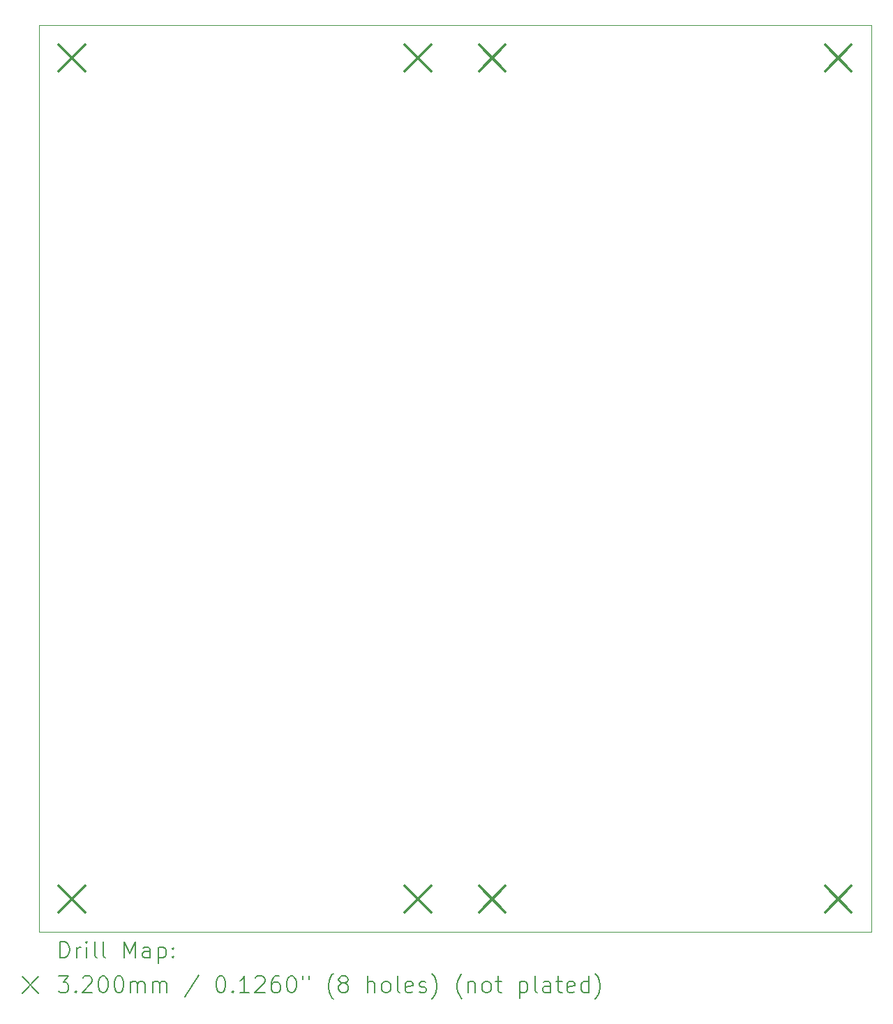
<source format=gbr>
%TF.GenerationSoftware,KiCad,Pcbnew,8.0.2-1*%
%TF.CreationDate,2024-06-17T09:47:30+02:00*%
%TF.ProjectId,3320,33333230-2e6b-4696-9361-645f70636258,rev?*%
%TF.SameCoordinates,Original*%
%TF.FileFunction,Drillmap*%
%TF.FilePolarity,Positive*%
%FSLAX45Y45*%
G04 Gerber Fmt 4.5, Leading zero omitted, Abs format (unit mm)*
G04 Created by KiCad (PCBNEW 8.0.2-1) date 2024-06-17 09:47:30*
%MOMM*%
%LPD*%
G01*
G04 APERTURE LIST*
%ADD10C,0.100000*%
%ADD11C,0.200000*%
%ADD12C,0.320000*%
G04 APERTURE END LIST*
D10*
X5000000Y-5000000D02*
X15100000Y-5000000D01*
X15100000Y-16000000D01*
X5000000Y-16000000D01*
X5000000Y-5000000D01*
D11*
D12*
X5240000Y-5240000D02*
X5560000Y-5560000D01*
X5560000Y-5240000D02*
X5240000Y-5560000D01*
X5240000Y-15440000D02*
X5560000Y-15760000D01*
X5560000Y-15440000D02*
X5240000Y-15760000D01*
X9440000Y-5240000D02*
X9760000Y-5560000D01*
X9760000Y-5240000D02*
X9440000Y-5560000D01*
X9440000Y-15440000D02*
X9760000Y-15760000D01*
X9760000Y-15440000D02*
X9440000Y-15760000D01*
X10340000Y-5240000D02*
X10660000Y-5560000D01*
X10660000Y-5240000D02*
X10340000Y-5560000D01*
X10340000Y-15440000D02*
X10660000Y-15760000D01*
X10660000Y-15440000D02*
X10340000Y-15760000D01*
X14540000Y-5240000D02*
X14860000Y-5560000D01*
X14860000Y-5240000D02*
X14540000Y-5560000D01*
X14540000Y-15440000D02*
X14860000Y-15760000D01*
X14860000Y-15440000D02*
X14540000Y-15760000D01*
D11*
X5255777Y-16316484D02*
X5255777Y-16116484D01*
X5255777Y-16116484D02*
X5303396Y-16116484D01*
X5303396Y-16116484D02*
X5331967Y-16126008D01*
X5331967Y-16126008D02*
X5351015Y-16145055D01*
X5351015Y-16145055D02*
X5360539Y-16164103D01*
X5360539Y-16164103D02*
X5370063Y-16202198D01*
X5370063Y-16202198D02*
X5370063Y-16230769D01*
X5370063Y-16230769D02*
X5360539Y-16268865D01*
X5360539Y-16268865D02*
X5351015Y-16287912D01*
X5351015Y-16287912D02*
X5331967Y-16306960D01*
X5331967Y-16306960D02*
X5303396Y-16316484D01*
X5303396Y-16316484D02*
X5255777Y-16316484D01*
X5455777Y-16316484D02*
X5455777Y-16183150D01*
X5455777Y-16221246D02*
X5465301Y-16202198D01*
X5465301Y-16202198D02*
X5474824Y-16192674D01*
X5474824Y-16192674D02*
X5493872Y-16183150D01*
X5493872Y-16183150D02*
X5512920Y-16183150D01*
X5579586Y-16316484D02*
X5579586Y-16183150D01*
X5579586Y-16116484D02*
X5570063Y-16126008D01*
X5570063Y-16126008D02*
X5579586Y-16135531D01*
X5579586Y-16135531D02*
X5589110Y-16126008D01*
X5589110Y-16126008D02*
X5579586Y-16116484D01*
X5579586Y-16116484D02*
X5579586Y-16135531D01*
X5703396Y-16316484D02*
X5684348Y-16306960D01*
X5684348Y-16306960D02*
X5674824Y-16287912D01*
X5674824Y-16287912D02*
X5674824Y-16116484D01*
X5808158Y-16316484D02*
X5789110Y-16306960D01*
X5789110Y-16306960D02*
X5779586Y-16287912D01*
X5779586Y-16287912D02*
X5779586Y-16116484D01*
X6036729Y-16316484D02*
X6036729Y-16116484D01*
X6036729Y-16116484D02*
X6103396Y-16259341D01*
X6103396Y-16259341D02*
X6170062Y-16116484D01*
X6170062Y-16116484D02*
X6170062Y-16316484D01*
X6351015Y-16316484D02*
X6351015Y-16211722D01*
X6351015Y-16211722D02*
X6341491Y-16192674D01*
X6341491Y-16192674D02*
X6322443Y-16183150D01*
X6322443Y-16183150D02*
X6284348Y-16183150D01*
X6284348Y-16183150D02*
X6265301Y-16192674D01*
X6351015Y-16306960D02*
X6331967Y-16316484D01*
X6331967Y-16316484D02*
X6284348Y-16316484D01*
X6284348Y-16316484D02*
X6265301Y-16306960D01*
X6265301Y-16306960D02*
X6255777Y-16287912D01*
X6255777Y-16287912D02*
X6255777Y-16268865D01*
X6255777Y-16268865D02*
X6265301Y-16249817D01*
X6265301Y-16249817D02*
X6284348Y-16240293D01*
X6284348Y-16240293D02*
X6331967Y-16240293D01*
X6331967Y-16240293D02*
X6351015Y-16230769D01*
X6446253Y-16183150D02*
X6446253Y-16383150D01*
X6446253Y-16192674D02*
X6465301Y-16183150D01*
X6465301Y-16183150D02*
X6503396Y-16183150D01*
X6503396Y-16183150D02*
X6522443Y-16192674D01*
X6522443Y-16192674D02*
X6531967Y-16202198D01*
X6531967Y-16202198D02*
X6541491Y-16221246D01*
X6541491Y-16221246D02*
X6541491Y-16278388D01*
X6541491Y-16278388D02*
X6531967Y-16297436D01*
X6531967Y-16297436D02*
X6522443Y-16306960D01*
X6522443Y-16306960D02*
X6503396Y-16316484D01*
X6503396Y-16316484D02*
X6465301Y-16316484D01*
X6465301Y-16316484D02*
X6446253Y-16306960D01*
X6627205Y-16297436D02*
X6636729Y-16306960D01*
X6636729Y-16306960D02*
X6627205Y-16316484D01*
X6627205Y-16316484D02*
X6617682Y-16306960D01*
X6617682Y-16306960D02*
X6627205Y-16297436D01*
X6627205Y-16297436D02*
X6627205Y-16316484D01*
X6627205Y-16192674D02*
X6636729Y-16202198D01*
X6636729Y-16202198D02*
X6627205Y-16211722D01*
X6627205Y-16211722D02*
X6617682Y-16202198D01*
X6617682Y-16202198D02*
X6627205Y-16192674D01*
X6627205Y-16192674D02*
X6627205Y-16211722D01*
X4795000Y-16545000D02*
X4995000Y-16745000D01*
X4995000Y-16545000D02*
X4795000Y-16745000D01*
X5236729Y-16536484D02*
X5360539Y-16536484D01*
X5360539Y-16536484D02*
X5293872Y-16612674D01*
X5293872Y-16612674D02*
X5322444Y-16612674D01*
X5322444Y-16612674D02*
X5341491Y-16622198D01*
X5341491Y-16622198D02*
X5351015Y-16631722D01*
X5351015Y-16631722D02*
X5360539Y-16650769D01*
X5360539Y-16650769D02*
X5360539Y-16698388D01*
X5360539Y-16698388D02*
X5351015Y-16717436D01*
X5351015Y-16717436D02*
X5341491Y-16726960D01*
X5341491Y-16726960D02*
X5322444Y-16736484D01*
X5322444Y-16736484D02*
X5265301Y-16736484D01*
X5265301Y-16736484D02*
X5246253Y-16726960D01*
X5246253Y-16726960D02*
X5236729Y-16717436D01*
X5446253Y-16717436D02*
X5455777Y-16726960D01*
X5455777Y-16726960D02*
X5446253Y-16736484D01*
X5446253Y-16736484D02*
X5436729Y-16726960D01*
X5436729Y-16726960D02*
X5446253Y-16717436D01*
X5446253Y-16717436D02*
X5446253Y-16736484D01*
X5531967Y-16555531D02*
X5541491Y-16546008D01*
X5541491Y-16546008D02*
X5560539Y-16536484D01*
X5560539Y-16536484D02*
X5608158Y-16536484D01*
X5608158Y-16536484D02*
X5627205Y-16546008D01*
X5627205Y-16546008D02*
X5636729Y-16555531D01*
X5636729Y-16555531D02*
X5646253Y-16574579D01*
X5646253Y-16574579D02*
X5646253Y-16593627D01*
X5646253Y-16593627D02*
X5636729Y-16622198D01*
X5636729Y-16622198D02*
X5522444Y-16736484D01*
X5522444Y-16736484D02*
X5646253Y-16736484D01*
X5770062Y-16536484D02*
X5789110Y-16536484D01*
X5789110Y-16536484D02*
X5808158Y-16546008D01*
X5808158Y-16546008D02*
X5817682Y-16555531D01*
X5817682Y-16555531D02*
X5827205Y-16574579D01*
X5827205Y-16574579D02*
X5836729Y-16612674D01*
X5836729Y-16612674D02*
X5836729Y-16660293D01*
X5836729Y-16660293D02*
X5827205Y-16698388D01*
X5827205Y-16698388D02*
X5817682Y-16717436D01*
X5817682Y-16717436D02*
X5808158Y-16726960D01*
X5808158Y-16726960D02*
X5789110Y-16736484D01*
X5789110Y-16736484D02*
X5770062Y-16736484D01*
X5770062Y-16736484D02*
X5751015Y-16726960D01*
X5751015Y-16726960D02*
X5741491Y-16717436D01*
X5741491Y-16717436D02*
X5731967Y-16698388D01*
X5731967Y-16698388D02*
X5722443Y-16660293D01*
X5722443Y-16660293D02*
X5722443Y-16612674D01*
X5722443Y-16612674D02*
X5731967Y-16574579D01*
X5731967Y-16574579D02*
X5741491Y-16555531D01*
X5741491Y-16555531D02*
X5751015Y-16546008D01*
X5751015Y-16546008D02*
X5770062Y-16536484D01*
X5960539Y-16536484D02*
X5979586Y-16536484D01*
X5979586Y-16536484D02*
X5998634Y-16546008D01*
X5998634Y-16546008D02*
X6008158Y-16555531D01*
X6008158Y-16555531D02*
X6017682Y-16574579D01*
X6017682Y-16574579D02*
X6027205Y-16612674D01*
X6027205Y-16612674D02*
X6027205Y-16660293D01*
X6027205Y-16660293D02*
X6017682Y-16698388D01*
X6017682Y-16698388D02*
X6008158Y-16717436D01*
X6008158Y-16717436D02*
X5998634Y-16726960D01*
X5998634Y-16726960D02*
X5979586Y-16736484D01*
X5979586Y-16736484D02*
X5960539Y-16736484D01*
X5960539Y-16736484D02*
X5941491Y-16726960D01*
X5941491Y-16726960D02*
X5931967Y-16717436D01*
X5931967Y-16717436D02*
X5922443Y-16698388D01*
X5922443Y-16698388D02*
X5912920Y-16660293D01*
X5912920Y-16660293D02*
X5912920Y-16612674D01*
X5912920Y-16612674D02*
X5922443Y-16574579D01*
X5922443Y-16574579D02*
X5931967Y-16555531D01*
X5931967Y-16555531D02*
X5941491Y-16546008D01*
X5941491Y-16546008D02*
X5960539Y-16536484D01*
X6112920Y-16736484D02*
X6112920Y-16603150D01*
X6112920Y-16622198D02*
X6122443Y-16612674D01*
X6122443Y-16612674D02*
X6141491Y-16603150D01*
X6141491Y-16603150D02*
X6170063Y-16603150D01*
X6170063Y-16603150D02*
X6189110Y-16612674D01*
X6189110Y-16612674D02*
X6198634Y-16631722D01*
X6198634Y-16631722D02*
X6198634Y-16736484D01*
X6198634Y-16631722D02*
X6208158Y-16612674D01*
X6208158Y-16612674D02*
X6227205Y-16603150D01*
X6227205Y-16603150D02*
X6255777Y-16603150D01*
X6255777Y-16603150D02*
X6274824Y-16612674D01*
X6274824Y-16612674D02*
X6284348Y-16631722D01*
X6284348Y-16631722D02*
X6284348Y-16736484D01*
X6379586Y-16736484D02*
X6379586Y-16603150D01*
X6379586Y-16622198D02*
X6389110Y-16612674D01*
X6389110Y-16612674D02*
X6408158Y-16603150D01*
X6408158Y-16603150D02*
X6436729Y-16603150D01*
X6436729Y-16603150D02*
X6455777Y-16612674D01*
X6455777Y-16612674D02*
X6465301Y-16631722D01*
X6465301Y-16631722D02*
X6465301Y-16736484D01*
X6465301Y-16631722D02*
X6474824Y-16612674D01*
X6474824Y-16612674D02*
X6493872Y-16603150D01*
X6493872Y-16603150D02*
X6522443Y-16603150D01*
X6522443Y-16603150D02*
X6541491Y-16612674D01*
X6541491Y-16612674D02*
X6551015Y-16631722D01*
X6551015Y-16631722D02*
X6551015Y-16736484D01*
X6941491Y-16526960D02*
X6770063Y-16784103D01*
X7198634Y-16536484D02*
X7217682Y-16536484D01*
X7217682Y-16536484D02*
X7236729Y-16546008D01*
X7236729Y-16546008D02*
X7246253Y-16555531D01*
X7246253Y-16555531D02*
X7255777Y-16574579D01*
X7255777Y-16574579D02*
X7265301Y-16612674D01*
X7265301Y-16612674D02*
X7265301Y-16660293D01*
X7265301Y-16660293D02*
X7255777Y-16698388D01*
X7255777Y-16698388D02*
X7246253Y-16717436D01*
X7246253Y-16717436D02*
X7236729Y-16726960D01*
X7236729Y-16726960D02*
X7217682Y-16736484D01*
X7217682Y-16736484D02*
X7198634Y-16736484D01*
X7198634Y-16736484D02*
X7179586Y-16726960D01*
X7179586Y-16726960D02*
X7170063Y-16717436D01*
X7170063Y-16717436D02*
X7160539Y-16698388D01*
X7160539Y-16698388D02*
X7151015Y-16660293D01*
X7151015Y-16660293D02*
X7151015Y-16612674D01*
X7151015Y-16612674D02*
X7160539Y-16574579D01*
X7160539Y-16574579D02*
X7170063Y-16555531D01*
X7170063Y-16555531D02*
X7179586Y-16546008D01*
X7179586Y-16546008D02*
X7198634Y-16536484D01*
X7351015Y-16717436D02*
X7360539Y-16726960D01*
X7360539Y-16726960D02*
X7351015Y-16736484D01*
X7351015Y-16736484D02*
X7341491Y-16726960D01*
X7341491Y-16726960D02*
X7351015Y-16717436D01*
X7351015Y-16717436D02*
X7351015Y-16736484D01*
X7551015Y-16736484D02*
X7436729Y-16736484D01*
X7493872Y-16736484D02*
X7493872Y-16536484D01*
X7493872Y-16536484D02*
X7474825Y-16565055D01*
X7474825Y-16565055D02*
X7455777Y-16584103D01*
X7455777Y-16584103D02*
X7436729Y-16593627D01*
X7627206Y-16555531D02*
X7636729Y-16546008D01*
X7636729Y-16546008D02*
X7655777Y-16536484D01*
X7655777Y-16536484D02*
X7703396Y-16536484D01*
X7703396Y-16536484D02*
X7722444Y-16546008D01*
X7722444Y-16546008D02*
X7731967Y-16555531D01*
X7731967Y-16555531D02*
X7741491Y-16574579D01*
X7741491Y-16574579D02*
X7741491Y-16593627D01*
X7741491Y-16593627D02*
X7731967Y-16622198D01*
X7731967Y-16622198D02*
X7617682Y-16736484D01*
X7617682Y-16736484D02*
X7741491Y-16736484D01*
X7912920Y-16536484D02*
X7874825Y-16536484D01*
X7874825Y-16536484D02*
X7855777Y-16546008D01*
X7855777Y-16546008D02*
X7846253Y-16555531D01*
X7846253Y-16555531D02*
X7827206Y-16584103D01*
X7827206Y-16584103D02*
X7817682Y-16622198D01*
X7817682Y-16622198D02*
X7817682Y-16698388D01*
X7817682Y-16698388D02*
X7827206Y-16717436D01*
X7827206Y-16717436D02*
X7836729Y-16726960D01*
X7836729Y-16726960D02*
X7855777Y-16736484D01*
X7855777Y-16736484D02*
X7893872Y-16736484D01*
X7893872Y-16736484D02*
X7912920Y-16726960D01*
X7912920Y-16726960D02*
X7922444Y-16717436D01*
X7922444Y-16717436D02*
X7931967Y-16698388D01*
X7931967Y-16698388D02*
X7931967Y-16650769D01*
X7931967Y-16650769D02*
X7922444Y-16631722D01*
X7922444Y-16631722D02*
X7912920Y-16622198D01*
X7912920Y-16622198D02*
X7893872Y-16612674D01*
X7893872Y-16612674D02*
X7855777Y-16612674D01*
X7855777Y-16612674D02*
X7836729Y-16622198D01*
X7836729Y-16622198D02*
X7827206Y-16631722D01*
X7827206Y-16631722D02*
X7817682Y-16650769D01*
X8055777Y-16536484D02*
X8074825Y-16536484D01*
X8074825Y-16536484D02*
X8093872Y-16546008D01*
X8093872Y-16546008D02*
X8103396Y-16555531D01*
X8103396Y-16555531D02*
X8112920Y-16574579D01*
X8112920Y-16574579D02*
X8122444Y-16612674D01*
X8122444Y-16612674D02*
X8122444Y-16660293D01*
X8122444Y-16660293D02*
X8112920Y-16698388D01*
X8112920Y-16698388D02*
X8103396Y-16717436D01*
X8103396Y-16717436D02*
X8093872Y-16726960D01*
X8093872Y-16726960D02*
X8074825Y-16736484D01*
X8074825Y-16736484D02*
X8055777Y-16736484D01*
X8055777Y-16736484D02*
X8036729Y-16726960D01*
X8036729Y-16726960D02*
X8027206Y-16717436D01*
X8027206Y-16717436D02*
X8017682Y-16698388D01*
X8017682Y-16698388D02*
X8008158Y-16660293D01*
X8008158Y-16660293D02*
X8008158Y-16612674D01*
X8008158Y-16612674D02*
X8017682Y-16574579D01*
X8017682Y-16574579D02*
X8027206Y-16555531D01*
X8027206Y-16555531D02*
X8036729Y-16546008D01*
X8036729Y-16546008D02*
X8055777Y-16536484D01*
X8198634Y-16536484D02*
X8198634Y-16574579D01*
X8274825Y-16536484D02*
X8274825Y-16574579D01*
X8570063Y-16812674D02*
X8560539Y-16803150D01*
X8560539Y-16803150D02*
X8541491Y-16774579D01*
X8541491Y-16774579D02*
X8531968Y-16755531D01*
X8531968Y-16755531D02*
X8522444Y-16726960D01*
X8522444Y-16726960D02*
X8512920Y-16679341D01*
X8512920Y-16679341D02*
X8512920Y-16641246D01*
X8512920Y-16641246D02*
X8522444Y-16593627D01*
X8522444Y-16593627D02*
X8531968Y-16565055D01*
X8531968Y-16565055D02*
X8541491Y-16546008D01*
X8541491Y-16546008D02*
X8560539Y-16517436D01*
X8560539Y-16517436D02*
X8570063Y-16507912D01*
X8674825Y-16622198D02*
X8655777Y-16612674D01*
X8655777Y-16612674D02*
X8646253Y-16603150D01*
X8646253Y-16603150D02*
X8636730Y-16584103D01*
X8636730Y-16584103D02*
X8636730Y-16574579D01*
X8636730Y-16574579D02*
X8646253Y-16555531D01*
X8646253Y-16555531D02*
X8655777Y-16546008D01*
X8655777Y-16546008D02*
X8674825Y-16536484D01*
X8674825Y-16536484D02*
X8712920Y-16536484D01*
X8712920Y-16536484D02*
X8731968Y-16546008D01*
X8731968Y-16546008D02*
X8741491Y-16555531D01*
X8741491Y-16555531D02*
X8751015Y-16574579D01*
X8751015Y-16574579D02*
X8751015Y-16584103D01*
X8751015Y-16584103D02*
X8741491Y-16603150D01*
X8741491Y-16603150D02*
X8731968Y-16612674D01*
X8731968Y-16612674D02*
X8712920Y-16622198D01*
X8712920Y-16622198D02*
X8674825Y-16622198D01*
X8674825Y-16622198D02*
X8655777Y-16631722D01*
X8655777Y-16631722D02*
X8646253Y-16641246D01*
X8646253Y-16641246D02*
X8636730Y-16660293D01*
X8636730Y-16660293D02*
X8636730Y-16698388D01*
X8636730Y-16698388D02*
X8646253Y-16717436D01*
X8646253Y-16717436D02*
X8655777Y-16726960D01*
X8655777Y-16726960D02*
X8674825Y-16736484D01*
X8674825Y-16736484D02*
X8712920Y-16736484D01*
X8712920Y-16736484D02*
X8731968Y-16726960D01*
X8731968Y-16726960D02*
X8741491Y-16717436D01*
X8741491Y-16717436D02*
X8751015Y-16698388D01*
X8751015Y-16698388D02*
X8751015Y-16660293D01*
X8751015Y-16660293D02*
X8741491Y-16641246D01*
X8741491Y-16641246D02*
X8731968Y-16631722D01*
X8731968Y-16631722D02*
X8712920Y-16622198D01*
X8989111Y-16736484D02*
X8989111Y-16536484D01*
X9074825Y-16736484D02*
X9074825Y-16631722D01*
X9074825Y-16631722D02*
X9065301Y-16612674D01*
X9065301Y-16612674D02*
X9046253Y-16603150D01*
X9046253Y-16603150D02*
X9017682Y-16603150D01*
X9017682Y-16603150D02*
X8998634Y-16612674D01*
X8998634Y-16612674D02*
X8989111Y-16622198D01*
X9198634Y-16736484D02*
X9179587Y-16726960D01*
X9179587Y-16726960D02*
X9170063Y-16717436D01*
X9170063Y-16717436D02*
X9160539Y-16698388D01*
X9160539Y-16698388D02*
X9160539Y-16641246D01*
X9160539Y-16641246D02*
X9170063Y-16622198D01*
X9170063Y-16622198D02*
X9179587Y-16612674D01*
X9179587Y-16612674D02*
X9198634Y-16603150D01*
X9198634Y-16603150D02*
X9227206Y-16603150D01*
X9227206Y-16603150D02*
X9246253Y-16612674D01*
X9246253Y-16612674D02*
X9255777Y-16622198D01*
X9255777Y-16622198D02*
X9265301Y-16641246D01*
X9265301Y-16641246D02*
X9265301Y-16698388D01*
X9265301Y-16698388D02*
X9255777Y-16717436D01*
X9255777Y-16717436D02*
X9246253Y-16726960D01*
X9246253Y-16726960D02*
X9227206Y-16736484D01*
X9227206Y-16736484D02*
X9198634Y-16736484D01*
X9379587Y-16736484D02*
X9360539Y-16726960D01*
X9360539Y-16726960D02*
X9351015Y-16707912D01*
X9351015Y-16707912D02*
X9351015Y-16536484D01*
X9531968Y-16726960D02*
X9512920Y-16736484D01*
X9512920Y-16736484D02*
X9474825Y-16736484D01*
X9474825Y-16736484D02*
X9455777Y-16726960D01*
X9455777Y-16726960D02*
X9446253Y-16707912D01*
X9446253Y-16707912D02*
X9446253Y-16631722D01*
X9446253Y-16631722D02*
X9455777Y-16612674D01*
X9455777Y-16612674D02*
X9474825Y-16603150D01*
X9474825Y-16603150D02*
X9512920Y-16603150D01*
X9512920Y-16603150D02*
X9531968Y-16612674D01*
X9531968Y-16612674D02*
X9541492Y-16631722D01*
X9541492Y-16631722D02*
X9541492Y-16650769D01*
X9541492Y-16650769D02*
X9446253Y-16669817D01*
X9617682Y-16726960D02*
X9636730Y-16736484D01*
X9636730Y-16736484D02*
X9674825Y-16736484D01*
X9674825Y-16736484D02*
X9693873Y-16726960D01*
X9693873Y-16726960D02*
X9703396Y-16707912D01*
X9703396Y-16707912D02*
X9703396Y-16698388D01*
X9703396Y-16698388D02*
X9693873Y-16679341D01*
X9693873Y-16679341D02*
X9674825Y-16669817D01*
X9674825Y-16669817D02*
X9646253Y-16669817D01*
X9646253Y-16669817D02*
X9627206Y-16660293D01*
X9627206Y-16660293D02*
X9617682Y-16641246D01*
X9617682Y-16641246D02*
X9617682Y-16631722D01*
X9617682Y-16631722D02*
X9627206Y-16612674D01*
X9627206Y-16612674D02*
X9646253Y-16603150D01*
X9646253Y-16603150D02*
X9674825Y-16603150D01*
X9674825Y-16603150D02*
X9693873Y-16612674D01*
X9770063Y-16812674D02*
X9779587Y-16803150D01*
X9779587Y-16803150D02*
X9798634Y-16774579D01*
X9798634Y-16774579D02*
X9808158Y-16755531D01*
X9808158Y-16755531D02*
X9817682Y-16726960D01*
X9817682Y-16726960D02*
X9827206Y-16679341D01*
X9827206Y-16679341D02*
X9827206Y-16641246D01*
X9827206Y-16641246D02*
X9817682Y-16593627D01*
X9817682Y-16593627D02*
X9808158Y-16565055D01*
X9808158Y-16565055D02*
X9798634Y-16546008D01*
X9798634Y-16546008D02*
X9779587Y-16517436D01*
X9779587Y-16517436D02*
X9770063Y-16507912D01*
X10131968Y-16812674D02*
X10122444Y-16803150D01*
X10122444Y-16803150D02*
X10103396Y-16774579D01*
X10103396Y-16774579D02*
X10093873Y-16755531D01*
X10093873Y-16755531D02*
X10084349Y-16726960D01*
X10084349Y-16726960D02*
X10074825Y-16679341D01*
X10074825Y-16679341D02*
X10074825Y-16641246D01*
X10074825Y-16641246D02*
X10084349Y-16593627D01*
X10084349Y-16593627D02*
X10093873Y-16565055D01*
X10093873Y-16565055D02*
X10103396Y-16546008D01*
X10103396Y-16546008D02*
X10122444Y-16517436D01*
X10122444Y-16517436D02*
X10131968Y-16507912D01*
X10208158Y-16603150D02*
X10208158Y-16736484D01*
X10208158Y-16622198D02*
X10217682Y-16612674D01*
X10217682Y-16612674D02*
X10236730Y-16603150D01*
X10236730Y-16603150D02*
X10265301Y-16603150D01*
X10265301Y-16603150D02*
X10284349Y-16612674D01*
X10284349Y-16612674D02*
X10293873Y-16631722D01*
X10293873Y-16631722D02*
X10293873Y-16736484D01*
X10417682Y-16736484D02*
X10398634Y-16726960D01*
X10398634Y-16726960D02*
X10389111Y-16717436D01*
X10389111Y-16717436D02*
X10379587Y-16698388D01*
X10379587Y-16698388D02*
X10379587Y-16641246D01*
X10379587Y-16641246D02*
X10389111Y-16622198D01*
X10389111Y-16622198D02*
X10398634Y-16612674D01*
X10398634Y-16612674D02*
X10417682Y-16603150D01*
X10417682Y-16603150D02*
X10446254Y-16603150D01*
X10446254Y-16603150D02*
X10465301Y-16612674D01*
X10465301Y-16612674D02*
X10474825Y-16622198D01*
X10474825Y-16622198D02*
X10484349Y-16641246D01*
X10484349Y-16641246D02*
X10484349Y-16698388D01*
X10484349Y-16698388D02*
X10474825Y-16717436D01*
X10474825Y-16717436D02*
X10465301Y-16726960D01*
X10465301Y-16726960D02*
X10446254Y-16736484D01*
X10446254Y-16736484D02*
X10417682Y-16736484D01*
X10541492Y-16603150D02*
X10617682Y-16603150D01*
X10570063Y-16536484D02*
X10570063Y-16707912D01*
X10570063Y-16707912D02*
X10579587Y-16726960D01*
X10579587Y-16726960D02*
X10598634Y-16736484D01*
X10598634Y-16736484D02*
X10617682Y-16736484D01*
X10836730Y-16603150D02*
X10836730Y-16803150D01*
X10836730Y-16612674D02*
X10855777Y-16603150D01*
X10855777Y-16603150D02*
X10893873Y-16603150D01*
X10893873Y-16603150D02*
X10912920Y-16612674D01*
X10912920Y-16612674D02*
X10922444Y-16622198D01*
X10922444Y-16622198D02*
X10931968Y-16641246D01*
X10931968Y-16641246D02*
X10931968Y-16698388D01*
X10931968Y-16698388D02*
X10922444Y-16717436D01*
X10922444Y-16717436D02*
X10912920Y-16726960D01*
X10912920Y-16726960D02*
X10893873Y-16736484D01*
X10893873Y-16736484D02*
X10855777Y-16736484D01*
X10855777Y-16736484D02*
X10836730Y-16726960D01*
X11046254Y-16736484D02*
X11027206Y-16726960D01*
X11027206Y-16726960D02*
X11017682Y-16707912D01*
X11017682Y-16707912D02*
X11017682Y-16536484D01*
X11208158Y-16736484D02*
X11208158Y-16631722D01*
X11208158Y-16631722D02*
X11198634Y-16612674D01*
X11198634Y-16612674D02*
X11179587Y-16603150D01*
X11179587Y-16603150D02*
X11141492Y-16603150D01*
X11141492Y-16603150D02*
X11122444Y-16612674D01*
X11208158Y-16726960D02*
X11189111Y-16736484D01*
X11189111Y-16736484D02*
X11141492Y-16736484D01*
X11141492Y-16736484D02*
X11122444Y-16726960D01*
X11122444Y-16726960D02*
X11112920Y-16707912D01*
X11112920Y-16707912D02*
X11112920Y-16688865D01*
X11112920Y-16688865D02*
X11122444Y-16669817D01*
X11122444Y-16669817D02*
X11141492Y-16660293D01*
X11141492Y-16660293D02*
X11189111Y-16660293D01*
X11189111Y-16660293D02*
X11208158Y-16650769D01*
X11274825Y-16603150D02*
X11351015Y-16603150D01*
X11303396Y-16536484D02*
X11303396Y-16707912D01*
X11303396Y-16707912D02*
X11312920Y-16726960D01*
X11312920Y-16726960D02*
X11331968Y-16736484D01*
X11331968Y-16736484D02*
X11351015Y-16736484D01*
X11493873Y-16726960D02*
X11474825Y-16736484D01*
X11474825Y-16736484D02*
X11436730Y-16736484D01*
X11436730Y-16736484D02*
X11417682Y-16726960D01*
X11417682Y-16726960D02*
X11408158Y-16707912D01*
X11408158Y-16707912D02*
X11408158Y-16631722D01*
X11408158Y-16631722D02*
X11417682Y-16612674D01*
X11417682Y-16612674D02*
X11436730Y-16603150D01*
X11436730Y-16603150D02*
X11474825Y-16603150D01*
X11474825Y-16603150D02*
X11493873Y-16612674D01*
X11493873Y-16612674D02*
X11503396Y-16631722D01*
X11503396Y-16631722D02*
X11503396Y-16650769D01*
X11503396Y-16650769D02*
X11408158Y-16669817D01*
X11674825Y-16736484D02*
X11674825Y-16536484D01*
X11674825Y-16726960D02*
X11655777Y-16736484D01*
X11655777Y-16736484D02*
X11617682Y-16736484D01*
X11617682Y-16736484D02*
X11598634Y-16726960D01*
X11598634Y-16726960D02*
X11589111Y-16717436D01*
X11589111Y-16717436D02*
X11579587Y-16698388D01*
X11579587Y-16698388D02*
X11579587Y-16641246D01*
X11579587Y-16641246D02*
X11589111Y-16622198D01*
X11589111Y-16622198D02*
X11598634Y-16612674D01*
X11598634Y-16612674D02*
X11617682Y-16603150D01*
X11617682Y-16603150D02*
X11655777Y-16603150D01*
X11655777Y-16603150D02*
X11674825Y-16612674D01*
X11751015Y-16812674D02*
X11760539Y-16803150D01*
X11760539Y-16803150D02*
X11779587Y-16774579D01*
X11779587Y-16774579D02*
X11789111Y-16755531D01*
X11789111Y-16755531D02*
X11798634Y-16726960D01*
X11798634Y-16726960D02*
X11808158Y-16679341D01*
X11808158Y-16679341D02*
X11808158Y-16641246D01*
X11808158Y-16641246D02*
X11798634Y-16593627D01*
X11798634Y-16593627D02*
X11789111Y-16565055D01*
X11789111Y-16565055D02*
X11779587Y-16546008D01*
X11779587Y-16546008D02*
X11760539Y-16517436D01*
X11760539Y-16517436D02*
X11751015Y-16507912D01*
M02*

</source>
